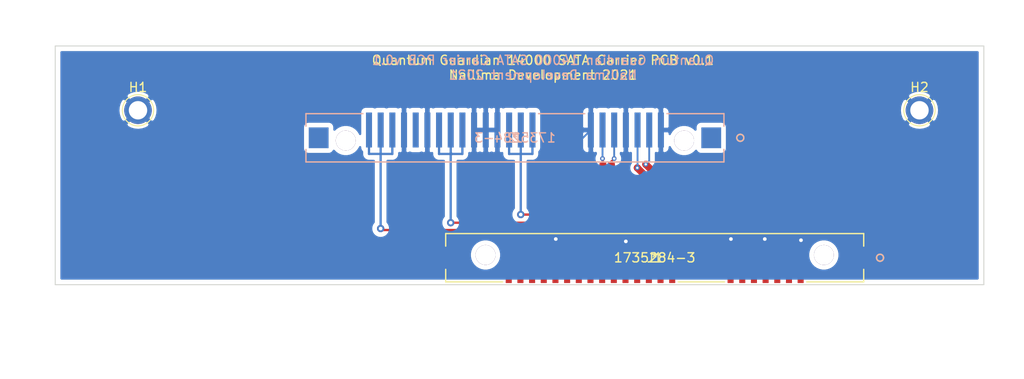
<source format=kicad_pcb>
(kicad_pcb (version 20171130) (host pcbnew "(5.1.9)-1")

  (general
    (thickness 1.6)
    (drawings 6)
    (tracks 164)
    (zones 0)
    (modules 4)
    (nets 15)
  )

  (page A4)
  (layers
    (0 F.Cu signal)
    (31 B.Cu signal)
    (32 B.Adhes user)
    (33 F.Adhes user)
    (34 B.Paste user)
    (35 F.Paste user)
    (36 B.SilkS user)
    (37 F.SilkS user)
    (38 B.Mask user)
    (39 F.Mask user)
    (40 Dwgs.User user)
    (41 Cmts.User user)
    (42 Eco1.User user)
    (43 Eco2.User user)
    (44 Edge.Cuts user)
    (45 Margin user)
    (46 B.CrtYd user)
    (47 F.CrtYd user)
    (48 B.Fab user)
    (49 F.Fab user)
  )

  (setup
    (last_trace_width 0.2)
    (trace_clearance 0.2)
    (zone_clearance 0.508)
    (zone_45_only no)
    (trace_min 0.1524)
    (via_size 0.508)
    (via_drill 0.254)
    (via_min_size 0.4)
    (via_min_drill 0.254)
    (uvia_size 0.3)
    (uvia_drill 0.1)
    (uvias_allowed no)
    (uvia_min_size 0.2)
    (uvia_min_drill 0.1)
    (edge_width 0.05)
    (segment_width 0.2)
    (pcb_text_width 0.3)
    (pcb_text_size 1.5 1.5)
    (mod_edge_width 0.12)
    (mod_text_size 1 1)
    (mod_text_width 0.15)
    (pad_size 3 3)
    (pad_drill 2)
    (pad_to_mask_clearance 0)
    (aux_axis_origin 0 0)
    (visible_elements 7FFFFFFF)
    (pcbplotparams
      (layerselection 0x010fc_ffffffff)
      (usegerberextensions false)
      (usegerberattributes true)
      (usegerberadvancedattributes true)
      (creategerberjobfile true)
      (excludeedgelayer true)
      (linewidth 0.100000)
      (plotframeref false)
      (viasonmask false)
      (mode 1)
      (useauxorigin false)
      (hpglpennumber 1)
      (hpglpenspeed 20)
      (hpglpendiameter 15.000000)
      (psnegative false)
      (psa4output false)
      (plotreference true)
      (plotvalue true)
      (plotinvisibletext false)
      (padsonsilk false)
      (subtractmaskfromsilk false)
      (outputformat 1)
      (mirror false)
      (drillshape 0)
      (scaleselection 1)
      (outputdirectory "New folder/"))
  )

  (net 0 "")
  (net 1 "Net-(J1-Pad18)")
  (net 2 "Net-(J1-Pad24)")
  (net 3 "Net-(J1-Pad23)")
  (net 4 12V)
  (net 5 GND)
  (net 6 5V)
  (net 7 3.3V)
  (net 8 B+)
  (net 9 B-)
  (net 10 A-)
  (net 11 A+)
  (net 12 "Net-(J2-Pad18)")
  (net 13 "Net-(J2-Pad24)")
  (net 14 "Net-(J2-Pad23)")

  (net_class Default "This is the default net class."
    (clearance 0.2)
    (trace_width 0.2)
    (via_dia 0.508)
    (via_drill 0.254)
    (uvia_dia 0.3)
    (uvia_drill 0.1)
    (add_net 12V)
    (add_net 3.3V)
    (add_net 5V)
    (add_net GND)
    (add_net "Net-(J1-Pad18)")
    (add_net "Net-(J1-Pad23)")
    (add_net "Net-(J1-Pad24)")
    (add_net "Net-(J2-Pad18)")
    (add_net "Net-(J2-Pad23)")
    (add_net "Net-(J2-Pad24)")
  )

  (net_class SATA ""
    (clearance 0.1524)
    (trace_width 0.2)
    (via_dia 0.508)
    (via_drill 0.254)
    (uvia_dia 0.3)
    (uvia_drill 0.1)
    (diff_pair_width 0.77)
    (diff_pair_gap 0.1524)
    (add_net A+)
    (add_net A-)
    (add_net B+)
    (add_net B-)
  )

  (module TestPoint:TestPoint_Plated_Hole_D2.0mm (layer F.Cu) (tedit 5A0F774F) (tstamp 606E4DC6)
    (at 274 67)
    (descr "Plated Hole as test Point, diameter 2.0mm")
    (tags "test point plated hole")
    (path /606FD2A2)
    (attr virtual)
    (fp_text reference H2 (at 0 -2.498) (layer F.SilkS)
      (effects (font (size 1 1) (thickness 0.15)))
    )
    (fp_text value MountingHole_Pad (at 0 2.45) (layer F.Fab)
      (effects (font (size 1 1) (thickness 0.15)))
    )
    (fp_text user %R (at 0 -2.5) (layer F.Fab)
      (effects (font (size 1 1) (thickness 0.15)))
    )
    (fp_circle (center 0 0) (end 1.8 0) (layer F.CrtYd) (width 0.05))
    (fp_circle (center 0 0) (end 0 -1.7) (layer F.SilkS) (width 0.12))
    (pad 1 thru_hole circle (at 0 0) (size 3 3) (drill 2) (layers *.Cu *.Mask)
      (net 5 GND))
  )

  (module TestPoint:TestPoint_Plated_Hole_D2.0mm (layer F.Cu) (tedit 5A0F774F) (tstamp 606E4F47)
    (at 189 67)
    (descr "Plated Hole as test Point, diameter 2.0mm")
    (tags "test point plated hole")
    (path /606FC072)
    (attr virtual)
    (fp_text reference H1 (at 0 -2.498) (layer F.SilkS)
      (effects (font (size 1 1) (thickness 0.15)))
    )
    (fp_text value MountingHole_Pad (at 0 2.45) (layer F.Fab)
      (effects (font (size 1 1) (thickness 0.15)))
    )
    (fp_text user %R (at 0 -2.5) (layer F.Fab)
      (effects (font (size 1 1) (thickness 0.15)))
    )
    (fp_circle (center 0 0) (end 1.8 0) (layer F.CrtYd) (width 0.05))
    (fp_circle (center 0 0) (end 0 -1.7) (layer F.SilkS) (width 0.12))
    (pad 1 thru_hole circle (at 0 0) (size 3 3) (drill 2) (layers *.Cu *.Mask)
      (net 5 GND))
  )

  (module 1735284-3:1735284-3 (layer B.Cu) (tedit 0) (tstamp 606E2891)
    (at 230 70 180)
    (path /606DCBC2)
    (fp_text reference J2 (at 0 0) (layer B.SilkS)
      (effects (font (size 1 1) (thickness 0.15)) (justify mirror))
    )
    (fp_text value 1735284-3 (at 0 0) (layer B.SilkS)
      (effects (font (size 1 1) (thickness 0.15)) (justify mirror))
    )
    (fp_text user * (at 0 0) (layer B.Fab)
      (effects (font (size 1 1) (thickness 0.15)) (justify mirror))
    )
    (fp_text user * (at 0 0) (layer B.SilkS)
      (effects (font (size 1 1) (thickness 0.15)) (justify mirror))
    )
    (fp_text user "Copyright 2016 Accelerated Designs. All rights reserved." (at 0 0) (layer Cmts.User)
      (effects (font (size 0.127 0.127) (thickness 0.002)))
    )
    (fp_line (start -22.733 -2.6289) (end 22.733 -2.6289) (layer B.SilkS) (width 0.1524))
    (fp_line (start 22.733 -2.6289) (end 22.733 -1.266685) (layer B.SilkS) (width 0.1524))
    (fp_line (start 22.733 2.6289) (end 16.537915 2.6289) (layer B.SilkS) (width 0.1524))
    (fp_line (start -22.733 2.6289) (end -22.733 1.266685) (layer B.SilkS) (width 0.1524))
    (fp_line (start -22.606 -2.5019) (end 22.606 -2.5019) (layer B.Fab) (width 0.1524))
    (fp_line (start 22.606 -2.5019) (end 22.606 2.5019) (layer B.Fab) (width 0.1524))
    (fp_line (start 22.606 2.5019) (end -22.606 2.5019) (layer B.Fab) (width 0.1524))
    (fp_line (start -22.606 2.5019) (end -22.606 -2.5019) (layer B.Fab) (width 0.1524))
    (fp_line (start -22.733 -1.266685) (end -22.733 -2.6289) (layer B.SilkS) (width 0.1524))
    (fp_line (start 22.733 1.266685) (end 22.733 2.6289) (layer B.SilkS) (width 0.1524))
    (fp_line (start -16.537965 2.6289) (end -22.733 2.6289) (layer B.SilkS) (width 0.1524))
    (fp_line (start -2.567965 2.6289) (end -7.592085 2.6289) (layer B.SilkS) (width 0.1524))
    (fp_line (start -22.86 2.7559) (end -22.86 -2.7559) (layer B.CrtYd) (width 0.1524))
    (fp_line (start -22.86 -2.7559) (end 22.86 -2.7559) (layer B.CrtYd) (width 0.1524))
    (fp_line (start 22.86 -2.7559) (end 22.86 2.7559) (layer B.CrtYd) (width 0.1524))
    (fp_line (start 22.86 2.7559) (end -22.86 2.7559) (layer B.CrtYd) (width 0.1524))
    (fp_circle (center -21.349996 1.905) (end -20.968996 1.905) (layer B.Fab) (width 0.1524))
    (fp_circle (center -24.511 0) (end -24.13 0) (layer B.SilkS) (width 0.1524))
    (fp_circle (center -24.511 0) (end -24.13 0) (layer F.SilkS) (width 0.1524))
    (pad 26 thru_hole circle (at 18.400001 -0.299999 90) (size 2.159 2.159) (drill 2.159) (layers *.Cu *.Mask))
    (pad 25 thru_hole circle (at -18.400001 -0.299999 90) (size 2.159 2.159) (drill 2.159) (layers *.Cu *.Mask))
    (pad 22 smd rect (at 15.874975 0.850001 90) (size 3.81 0.6604) (layers B.Cu B.Paste B.Mask)
      (net 4 12V))
    (pad 21 smd rect (at 14.604975 0.850001 90) (size 3.81 0.6604) (layers B.Cu B.Paste B.Mask)
      (net 4 12V))
    (pad 20 smd rect (at 13.334975 0.850001 90) (size 3.81 0.6604) (layers B.Cu B.Paste B.Mask)
      (net 4 12V))
    (pad 19 smd rect (at 12.064975 0.850001 90) (size 3.81 0.6604) (layers B.Cu B.Paste B.Mask)
      (net 5 GND))
    (pad 18 smd rect (at 10.794975 0.850001 90) (size 3.81 0.6604) (layers B.Cu B.Paste B.Mask)
      (net 12 "Net-(J2-Pad18)"))
    (pad 17 smd rect (at 9.524975 0.850001 90) (size 3.81 0.6604) (layers B.Cu B.Paste B.Mask)
      (net 5 GND))
    (pad 16 smd rect (at 8.254975 0.850001 90) (size 3.81 0.6604) (layers B.Cu B.Paste B.Mask)
      (net 6 5V))
    (pad 15 smd rect (at 6.984975 0.850001 90) (size 3.81 0.6604) (layers B.Cu B.Paste B.Mask)
      (net 6 5V))
    (pad 14 smd rect (at 5.714975 0.850001 90) (size 3.81 0.6604) (layers B.Cu B.Paste B.Mask)
      (net 6 5V))
    (pad 13 smd rect (at 4.444975 0.850001 90) (size 3.81 0.6604) (layers B.Cu B.Paste B.Mask)
      (net 5 GND))
    (pad 12 smd rect (at 3.174975 0.850001 90) (size 3.81 0.6604) (layers B.Cu B.Paste B.Mask)
      (net 5 GND))
    (pad 11 smd rect (at 1.904975 0.850001 90) (size 3.81 0.6604) (layers B.Cu B.Paste B.Mask)
      (net 5 GND))
    (pad 10 smd rect (at 0.634975 0.850001 90) (size 3.81 0.6604) (layers B.Cu B.Paste B.Mask)
      (net 7 3.3V))
    (pad 9 smd rect (at -0.635025 0.850001 90) (size 3.81 0.6604) (layers B.Cu B.Paste B.Mask)
      (net 7 3.3V))
    (pad 8 smd rect (at -1.905025 0.850001 90) (size 3.81 0.6604) (layers B.Cu B.Paste B.Mask)
      (net 7 3.3V))
    (pad 7 smd rect (at -8.255025 0.850001 90) (size 3.81 0.6604) (layers B.Cu B.Paste B.Mask)
      (net 5 GND))
    (pad 6 smd rect (at -9.525025 0.850001 90) (size 3.81 0.6604) (layers B.Cu B.Paste B.Mask)
      (net 8 B+))
    (pad 5 smd rect (at -10.795025 0.850001 90) (size 3.81 0.6604) (layers B.Cu B.Paste B.Mask)
      (net 9 B-))
    (pad 4 smd rect (at -12.065025 0.850001 90) (size 3.81 0.6604) (layers B.Cu B.Paste B.Mask)
      (net 5 GND))
    (pad 3 smd rect (at -13.335025 0.850001 90) (size 3.81 0.6604) (layers B.Cu B.Paste B.Mask)
      (net 10 A-))
    (pad 2 smd rect (at -14.605025 0.850001 90) (size 3.81 0.6604) (layers B.Cu B.Paste B.Mask)
      (net 11 A+))
    (pad 1 smd rect (at -15.875025 0.850001 90) (size 3.81 0.6604) (layers B.Cu B.Paste B.Mask)
      (net 5 GND))
    (pad 24 smd rect (at 21.349995 0 180) (size 2.159 2.2606) (layers B.Cu B.Paste B.Mask)
      (net 13 "Net-(J2-Pad24)"))
    (pad 23 smd rect (at -21.349995 0 180) (size 2.159 2.2606) (layers B.Cu B.Paste B.Mask)
      (net 14 "Net-(J2-Pad23)"))
    (model ${KIPRJMOD}/Libraries/1735284-3.stp
      (offset (xyz 0 0 6.65))
      (scale (xyz 1 1 1))
      (rotate (xyz 0 0 180))
    )
  )

  (module 1735284-3:1735284-3 (layer F.Cu) (tedit 0) (tstamp 606D5CCE)
    (at 245.2 83.0625 180)
    (path /606D6DD2)
    (fp_text reference J1 (at 0 0) (layer F.SilkS)
      (effects (font (size 1 1) (thickness 0.15)))
    )
    (fp_text value 1735284-3 (at 0 0) (layer F.SilkS)
      (effects (font (size 1 1) (thickness 0.15)))
    )
    (fp_circle (center -24.511 0) (end -24.13 0) (layer B.SilkS) (width 0.1524))
    (fp_circle (center -24.511 0) (end -24.13 0) (layer F.SilkS) (width 0.1524))
    (fp_circle (center -21.349996 -1.905) (end -20.968996 -1.905) (layer F.Fab) (width 0.1524))
    (fp_line (start 22.86 -2.7559) (end -22.86 -2.7559) (layer F.CrtYd) (width 0.1524))
    (fp_line (start 22.86 2.7559) (end 22.86 -2.7559) (layer F.CrtYd) (width 0.1524))
    (fp_line (start -22.86 2.7559) (end 22.86 2.7559) (layer F.CrtYd) (width 0.1524))
    (fp_line (start -22.86 -2.7559) (end -22.86 2.7559) (layer F.CrtYd) (width 0.1524))
    (fp_line (start -2.567965 -2.6289) (end -7.592085 -2.6289) (layer F.SilkS) (width 0.1524))
    (fp_line (start -16.537965 -2.6289) (end -22.733 -2.6289) (layer F.SilkS) (width 0.1524))
    (fp_line (start 22.733 -1.266685) (end 22.733 -2.6289) (layer F.SilkS) (width 0.1524))
    (fp_line (start -22.733 1.266685) (end -22.733 2.6289) (layer F.SilkS) (width 0.1524))
    (fp_line (start -22.606 -2.5019) (end -22.606 2.5019) (layer F.Fab) (width 0.1524))
    (fp_line (start 22.606 -2.5019) (end -22.606 -2.5019) (layer F.Fab) (width 0.1524))
    (fp_line (start 22.606 2.5019) (end 22.606 -2.5019) (layer F.Fab) (width 0.1524))
    (fp_line (start -22.606 2.5019) (end 22.606 2.5019) (layer F.Fab) (width 0.1524))
    (fp_line (start -22.733 -2.6289) (end -22.733 -1.266685) (layer F.SilkS) (width 0.1524))
    (fp_line (start 22.733 -2.6289) (end 16.537915 -2.6289) (layer F.SilkS) (width 0.1524))
    (fp_line (start 22.733 2.6289) (end 22.733 1.266685) (layer F.SilkS) (width 0.1524))
    (fp_line (start -22.733 2.6289) (end 22.733 2.6289) (layer F.SilkS) (width 0.1524))
    (fp_text user * (at 0 0) (layer F.Fab)
      (effects (font (size 1 1) (thickness 0.15)))
    )
    (fp_text user * (at 0 0) (layer F.SilkS)
      (effects (font (size 1 1) (thickness 0.15)))
    )
    (fp_text user "Copyright 2016 Accelerated Designs. All rights reserved." (at 0 0) (layer Cmts.User)
      (effects (font (size 0.127 0.127) (thickness 0.002)))
    )
    (pad 26 thru_hole circle (at 18.400001 0.299999 270) (size 2.159 2.159) (drill 2.159) (layers *.Cu *.Mask))
    (pad 25 thru_hole circle (at -18.400001 0.299999 270) (size 2.159 2.159) (drill 2.159) (layers *.Cu *.Mask))
    (pad 22 smd rect (at 15.874975 -0.850001 270) (size 3.81 0.6604) (layers F.Cu F.Paste F.Mask)
      (net 4 12V))
    (pad 21 smd rect (at 14.604975 -0.850001 270) (size 3.81 0.6604) (layers F.Cu F.Paste F.Mask)
      (net 4 12V))
    (pad 20 smd rect (at 13.334975 -0.850001 270) (size 3.81 0.6604) (layers F.Cu F.Paste F.Mask)
      (net 4 12V))
    (pad 19 smd rect (at 12.064975 -0.850001 270) (size 3.81 0.6604) (layers F.Cu F.Paste F.Mask)
      (net 5 GND))
    (pad 18 smd rect (at 10.794975 -0.850001 270) (size 3.81 0.6604) (layers F.Cu F.Paste F.Mask)
      (net 1 "Net-(J1-Pad18)"))
    (pad 17 smd rect (at 9.524975 -0.850001 270) (size 3.81 0.6604) (layers F.Cu F.Paste F.Mask)
      (net 5 GND))
    (pad 16 smd rect (at 8.254975 -0.850001 270) (size 3.81 0.6604) (layers F.Cu F.Paste F.Mask)
      (net 6 5V))
    (pad 15 smd rect (at 6.984975 -0.850001 270) (size 3.81 0.6604) (layers F.Cu F.Paste F.Mask)
      (net 6 5V))
    (pad 14 smd rect (at 5.714975 -0.850001 270) (size 3.81 0.6604) (layers F.Cu F.Paste F.Mask)
      (net 6 5V))
    (pad 13 smd rect (at 4.444975 -0.850001 270) (size 3.81 0.6604) (layers F.Cu F.Paste F.Mask)
      (net 5 GND))
    (pad 12 smd rect (at 3.174975 -0.850001 270) (size 3.81 0.6604) (layers F.Cu F.Paste F.Mask)
      (net 5 GND))
    (pad 11 smd rect (at 1.904975 -0.850001 270) (size 3.81 0.6604) (layers F.Cu F.Paste F.Mask)
      (net 5 GND))
    (pad 10 smd rect (at 0.634975 -0.850001 270) (size 3.81 0.6604) (layers F.Cu F.Paste F.Mask)
      (net 7 3.3V))
    (pad 9 smd rect (at -0.635025 -0.850001 270) (size 3.81 0.6604) (layers F.Cu F.Paste F.Mask)
      (net 7 3.3V))
    (pad 8 smd rect (at -1.905025 -0.850001 270) (size 3.81 0.6604) (layers F.Cu F.Paste F.Mask)
      (net 7 3.3V))
    (pad 7 smd rect (at -8.255025 -0.850001 270) (size 3.81 0.6604) (layers F.Cu F.Paste F.Mask)
      (net 5 GND))
    (pad 6 smd rect (at -9.525025 -0.850001 270) (size 3.81 0.6604) (layers F.Cu F.Paste F.Mask)
      (net 8 B+))
    (pad 5 smd rect (at -10.795025 -0.850001 270) (size 3.81 0.6604) (layers F.Cu F.Paste F.Mask)
      (net 9 B-))
    (pad 4 smd rect (at -12.065025 -0.850001 270) (size 3.81 0.6604) (layers F.Cu F.Paste F.Mask)
      (net 5 GND))
    (pad 3 smd rect (at -13.335025 -0.850001 270) (size 3.81 0.6604) (layers F.Cu F.Paste F.Mask)
      (net 10 A-))
    (pad 2 smd rect (at -14.605025 -0.850001 270) (size 3.81 0.6604) (layers F.Cu F.Paste F.Mask)
      (net 11 A+))
    (pad 1 smd rect (at -15.875025 -0.850001 270) (size 3.81 0.6604) (layers F.Cu F.Paste F.Mask)
      (net 5 GND))
    (pad 24 smd rect (at 21.349995 0 180) (size 2.159 2.2606) (layers F.Cu F.Paste F.Mask)
      (net 2 "Net-(J1-Pad24)"))
    (pad 23 smd rect (at -21.349995 0 180) (size 2.159 2.2606) (layers F.Cu F.Paste F.Mask)
      (net 3 "Net-(J1-Pad23)"))
    (model ${KIPRJMOD}/Libraries/1735284-3.stp
      (offset (xyz 0 0 6.65))
      (scale (xyz 1 1 1))
      (rotate (xyz 0 0 180))
    )
  )

  (gr_text "Quantum Guardian 14000 SATA Carrier PCB v0.1\nNailima Development 2021" (at 233.045 62.357) (layer B.SilkS) (tstamp 606E4B25)
    (effects (font (size 1 1) (thickness 0.15)) (justify mirror))
  )
  (gr_text "Quantum Guardian 14000 SATA Carrier PCB v0.1\nNailima Development 2021" (at 233.045 62.357) (layer F.SilkS)
    (effects (font (size 1 1) (thickness 0.15)))
  )
  (gr_line (start 180 60) (end 281 60) (layer Edge.Cuts) (width 0.1))
  (gr_line (start 180 86) (end 180 60) (layer Edge.Cuts) (width 0.1))
  (gr_line (start 180 86) (end 281 86) (layer Edge.Cuts) (width 0.1))
  (gr_line (start 281 60) (end 281 86) (layer Edge.Cuts) (width 0.1))

  (segment (start 229.325025 83.912501) (end 229.325025 80.046975) (width 0.25) (layer F.Cu) (net 4))
  (segment (start 230.595025 83.912501) (end 230.595025 80.046975) (width 0.25) (layer F.Cu) (net 4))
  (segment (start 231.865025 83.912501) (end 231.865025 80.046975) (width 0.25) (layer F.Cu) (net 4))
  (segment (start 231.865025 80.046975) (end 230.595025 80.046975) (width 0.25) (layer F.Cu) (net 4))
  (segment (start 229.325025 80.046975) (end 230.595025 80.046975) (width 0.25) (layer F.Cu) (net 4))
  (via (at 215.392 79.883) (size 0.8) (drill 0.4) (layers F.Cu B.Cu) (net 4))
  (segment (start 215.555975 80.046975) (end 215.392 79.883) (width 0.25) (layer F.Cu) (net 4))
  (segment (start 229.325025 80.046975) (end 215.555975 80.046975) (width 0.25) (layer F.Cu) (net 4))
  (segment (start 215.392 79.883) (end 215.392 71.755) (width 0.25) (layer B.Cu) (net 4))
  (segment (start 215.392 71.755) (end 216.662 71.755) (width 0.25) (layer B.Cu) (net 4))
  (segment (start 216.662 69.153024) (end 216.665025 69.149999) (width 0.25) (layer B.Cu) (net 4))
  (segment (start 216.662 71.755) (end 216.662 69.153024) (width 0.25) (layer B.Cu) (net 4))
  (segment (start 215.395025 71.751975) (end 215.392 71.755) (width 0.25) (layer B.Cu) (net 4))
  (segment (start 215.395025 69.149999) (end 215.395025 71.751975) (width 0.25) (layer B.Cu) (net 4))
  (segment (start 214.125025 69.149999) (end 214.125025 71.751975) (width 0.25) (layer B.Cu) (net 4))
  (segment (start 214.125025 71.751975) (end 215.395025 71.751975) (width 0.25) (layer B.Cu) (net 4))
  (segment (start 217.935025 69.149999) (end 217.935025 66.424025) (width 0.25) (layer B.Cu) (net 5))
  (segment (start 217.935025 66.424025) (end 217.93805 66.421) (width 0.25) (layer B.Cu) (net 5))
  (segment (start 245.875025 66.994999) (end 245.875025 69.149999) (width 0.25) (layer B.Cu) (net 5))
  (segment (start 242.065025 66.424025) (end 242.062 66.421) (width 0.25) (layer B.Cu) (net 5))
  (segment (start 242.065025 69.149999) (end 242.065025 66.424025) (width 0.25) (layer B.Cu) (net 5))
  (segment (start 238.255025 66.424025) (end 238.252 66.421) (width 0.25) (layer B.Cu) (net 5))
  (segment (start 238.255025 69.149999) (end 238.255025 66.424025) (width 0.25) (layer B.Cu) (net 5))
  (segment (start 238.252 66.421) (end 242.062 66.421) (width 0.25) (layer B.Cu) (net 5))
  (segment (start 220.475025 66.424025) (end 220.472 66.421) (width 0.25) (layer B.Cu) (net 5))
  (segment (start 220.475025 69.149999) (end 220.475025 66.424025) (width 0.25) (layer B.Cu) (net 5))
  (segment (start 217.93805 66.421) (end 220.472 66.421) (width 0.25) (layer B.Cu) (net 5))
  (segment (start 225.555025 66.424025) (end 225.552 66.421) (width 0.25) (layer B.Cu) (net 5))
  (segment (start 225.555025 69.149999) (end 225.555025 66.424025) (width 0.25) (layer B.Cu) (net 5))
  (segment (start 220.472 66.421) (end 225.552 66.421) (width 0.25) (layer B.Cu) (net 5))
  (segment (start 226.825025 66.424025) (end 226.822 66.421) (width 0.25) (layer B.Cu) (net 5))
  (segment (start 226.825025 69.149999) (end 226.825025 66.424025) (width 0.25) (layer B.Cu) (net 5))
  (segment (start 225.552 66.421) (end 226.822 66.421) (width 0.25) (layer B.Cu) (net 5))
  (segment (start 228.095025 66.424025) (end 228.092 66.421) (width 0.25) (layer B.Cu) (net 5))
  (segment (start 228.095025 69.149999) (end 228.095025 66.424025) (width 0.25) (layer B.Cu) (net 5))
  (segment (start 228.092 66.421) (end 238.252 66.421) (width 0.25) (layer B.Cu) (net 5))
  (segment (start 226.822 66.421) (end 228.092 66.421) (width 0.25) (layer B.Cu) (net 5))
  (segment (start 235.675025 83.912501) (end 235.675025 82.386025) (width 0.25) (layer F.Cu) (net 5))
  (segment (start 235.675025 81.497025) (end 235.675025 83.912501) (width 0.25) (layer F.Cu) (net 5))
  (segment (start 235.204 81.026) (end 235.675025 81.497025) (width 0.25) (layer F.Cu) (net 5))
  (segment (start 233.553 81.026) (end 234.442 81.026) (width 0.25) (layer F.Cu) (net 5))
  (segment (start 233.135025 81.443975) (end 233.553 81.026) (width 0.25) (layer F.Cu) (net 5))
  (segment (start 233.135025 83.912501) (end 233.135025 81.443975) (width 0.25) (layer F.Cu) (net 5))
  (segment (start 234.442 81.026) (end 235.204 81.026) (width 0.25) (layer F.Cu) (net 5) (tstamp 606E351F))
  (via (at 234.442 81.026) (size 0.8) (drill 0.4) (layers F.Cu B.Cu) (net 5))
  (segment (start 234.442 81.026) (end 234.442 80.518) (width 0.25) (layer B.Cu) (net 5))
  (segment (start 240.755025 83.912501) (end 240.755025 81.570975) (width 0.25) (layer F.Cu) (net 5))
  (segment (start 243.295025 83.912501) (end 243.295025 81.570975) (width 0.25) (layer F.Cu) (net 5))
  (segment (start 243.295025 81.570975) (end 243.00405 81.28) (width 0.25) (layer F.Cu) (net 5))
  (segment (start 241.046 81.28) (end 240.755025 81.570975) (width 0.25) (layer F.Cu) (net 5))
  (segment (start 242.025025 81.316975) (end 242.062 81.28) (width 0.25) (layer F.Cu) (net 5))
  (segment (start 242.025025 83.912501) (end 242.025025 81.316975) (width 0.25) (layer F.Cu) (net 5))
  (segment (start 242.062 81.28) (end 241.046 81.28) (width 0.25) (layer F.Cu) (net 5))
  (segment (start 243.00405 81.28) (end 242.062 81.28) (width 0.25) (layer F.Cu) (net 5))
  (segment (start 242.062 81.28) (end 242.062 81.28) (width 0.25) (layer F.Cu) (net 5) (tstamp 606E3521))
  (via (at 242.062 81.28) (size 0.8) (drill 0.4) (layers F.Cu B.Cu) (net 5))
  (segment (start 242.062 81.28) (end 242.062 80.645) (width 0.25) (layer B.Cu) (net 5))
  (via (at 253.492 81.026) (size 0.8) (drill 0.4) (layers F.Cu B.Cu) (net 5))
  (segment (start 253.455025 81.062975) (end 253.492 81.026) (width 0.25) (layer F.Cu) (net 5))
  (segment (start 253.455025 83.912501) (end 253.455025 81.062975) (width 0.25) (layer F.Cu) (net 5))
  (via (at 257.175 81.026) (size 0.8) (drill 0.4) (layers F.Cu B.Cu) (net 5))
  (segment (start 257.265025 81.116025) (end 257.175 81.026) (width 0.25) (layer F.Cu) (net 5))
  (segment (start 257.265025 83.912501) (end 257.265025 81.116025) (width 0.25) (layer F.Cu) (net 5))
  (via (at 261.112 81.153) (size 0.8) (drill 0.4) (layers F.Cu B.Cu) (net 5))
  (segment (start 261.075025 81.189975) (end 261.112 81.153) (width 0.25) (layer F.Cu) (net 5))
  (segment (start 261.075025 83.912501) (end 261.075025 81.189975) (width 0.25) (layer F.Cu) (net 5))
  (segment (start 257.302 81.153) (end 257.175 81.026) (width 0.25) (layer B.Cu) (net 5))
  (segment (start 261.112 81.153) (end 257.302 81.153) (width 0.25) (layer B.Cu) (net 5))
  (segment (start 253.492 81.026) (end 257.175 81.026) (width 0.25) (layer B.Cu) (net 5))
  (segment (start 245.301026 66.421) (end 245.875025 66.994999) (width 0.25) (layer B.Cu) (net 5))
  (segment (start 242.062 66.421) (end 245.301026 66.421) (width 0.25) (layer B.Cu) (net 5))
  (segment (start 257.175 81.026) (end 257.175 79.883) (width 0.2) (layer B.Cu) (net 5))
  (segment (start 234.442 72.963024) (end 238.255025 69.149999) (width 0.2) (layer B.Cu) (net 5))
  (segment (start 242.062 80.645) (end 242.062 79.248) (width 0.2) (layer B.Cu) (net 5))
  (segment (start 237.998 75.184) (end 234.442 75.184) (width 0.2) (layer B.Cu) (net 5))
  (segment (start 242.062 79.248) (end 237.998 75.184) (width 0.2) (layer B.Cu) (net 5))
  (segment (start 234.442 75.184) (end 234.442 72.963024) (width 0.2) (layer B.Cu) (net 5))
  (segment (start 234.442 81.026) (end 234.442 75.184) (width 0.2) (layer B.Cu) (net 5))
  (segment (start 242.316 81.026) (end 242.062 81.28) (width 0.2) (layer B.Cu) (net 5))
  (segment (start 253.492 81.026) (end 242.316 81.026) (width 0.2) (layer B.Cu) (net 5))
  (segment (start 221.745025 69.149999) (end 221.745025 71.751975) (width 0.25) (layer B.Cu) (net 6))
  (segment (start 221.745025 71.751975) (end 221.74805 71.755) (width 0.25) (layer B.Cu) (net 6))
  (segment (start 224.282 69.153024) (end 224.285025 69.149999) (width 0.25) (layer B.Cu) (net 6))
  (segment (start 224.282 71.755) (end 224.282 69.153024) (width 0.25) (layer B.Cu) (net 6))
  (segment (start 223.015025 71.631025) (end 223.139 71.755) (width 0.25) (layer B.Cu) (net 6))
  (segment (start 223.015025 69.149999) (end 223.015025 71.631025) (width 0.25) (layer B.Cu) (net 6))
  (segment (start 223.139 71.755) (end 224.282 71.755) (width 0.25) (layer B.Cu) (net 6))
  (via (at 223.012 79.248) (size 0.8) (drill 0.4) (layers F.Cu B.Cu) (net 6))
  (segment (start 223.012 71.755) (end 223.012 79.248) (width 0.25) (layer B.Cu) (net 6))
  (segment (start 221.74805 71.755) (end 223.012 71.755) (width 0.25) (layer B.Cu) (net 6))
  (segment (start 223.012 71.755) (end 223.139 71.755) (width 0.25) (layer B.Cu) (net 6))
  (segment (start 238.252 83.875526) (end 238.215025 83.912501) (width 0.25) (layer F.Cu) (net 6))
  (segment (start 223.012 79.248) (end 238.252 79.248) (width 0.25) (layer F.Cu) (net 6))
  (segment (start 239.485025 83.912501) (end 239.485025 81.189975) (width 0.25) (layer F.Cu) (net 6))
  (segment (start 239.44805 81.153) (end 238.252 81.153) (width 0.25) (layer F.Cu) (net 6))
  (segment (start 238.252 81.153) (end 238.252 83.875526) (width 0.25) (layer F.Cu) (net 6))
  (segment (start 239.485025 81.189975) (end 239.44805 81.153) (width 0.25) (layer F.Cu) (net 6))
  (segment (start 238.252 79.248) (end 238.252 81.153) (width 0.25) (layer F.Cu) (net 6))
  (segment (start 236.945025 83.912501) (end 236.945025 81.189975) (width 0.25) (layer F.Cu) (net 6))
  (segment (start 236.982 81.153) (end 238.252 81.153) (width 0.25) (layer F.Cu) (net 6))
  (segment (start 236.945025 81.189975) (end 236.982 81.153) (width 0.25) (layer F.Cu) (net 6))
  (segment (start 229.365025 69.149999) (end 229.365025 71.751975) (width 0.25) (layer B.Cu) (net 7))
  (segment (start 229.365025 71.751975) (end 229.36805 71.755) (width 0.25) (layer B.Cu) (net 7))
  (segment (start 231.902 69.153024) (end 231.905025 69.149999) (width 0.25) (layer B.Cu) (net 7))
  (segment (start 231.902 71.755) (end 231.902 69.153024) (width 0.25) (layer B.Cu) (net 7))
  (segment (start 230.635025 71.751975) (end 230.632 71.755) (width 0.25) (layer B.Cu) (net 7))
  (segment (start 230.635025 69.149999) (end 230.635025 71.751975) (width 0.25) (layer B.Cu) (net 7))
  (segment (start 230.632 71.755) (end 231.902 71.755) (width 0.25) (layer B.Cu) (net 7))
  (segment (start 229.36805 71.755) (end 230.632 71.755) (width 0.25) (layer B.Cu) (net 7))
  (segment (start 230.632 71.755) (end 230.632 78.359) (width 0.25) (layer B.Cu) (net 7))
  (via (at 230.632 78.359) (size 0.8) (drill 0.4) (layers F.Cu B.Cu) (net 7))
  (segment (start 230.632 78.359) (end 245.872 78.359) (width 0.25) (layer F.Cu) (net 7))
  (segment (start 245.872 83.875526) (end 245.835025 83.912501) (width 0.25) (layer F.Cu) (net 7))
  (segment (start 244.729 81.153) (end 245.872 81.153) (width 0.25) (layer F.Cu) (net 7))
  (segment (start 245.872 81.153) (end 245.872 83.875526) (width 0.25) (layer F.Cu) (net 7))
  (segment (start 245.872 78.359) (end 245.872 81.153) (width 0.25) (layer F.Cu) (net 7))
  (segment (start 247.105025 83.912501) (end 247.105025 81.189975) (width 0.25) (layer F.Cu) (net 7))
  (segment (start 247.06805 81.153) (end 245.872 81.153) (width 0.25) (layer F.Cu) (net 7))
  (segment (start 247.105025 81.189975) (end 247.06805 81.153) (width 0.25) (layer F.Cu) (net 7))
  (segment (start 244.565025 81.316975) (end 244.729 81.153) (width 0.25) (layer F.Cu) (net 7))
  (segment (start 244.565025 83.912501) (end 244.565025 81.316975) (width 0.25) (layer F.Cu) (net 7))
  (segment (start 239.525025 69.969999) (end 239.525025 69.149999) (width 0.2) (layer B.Cu) (net 8))
  (segment (start 254.725025 83.912501) (end 254.725025 79.919975) (width 0.2) (layer F.Cu) (net 8))
  (via (at 239.522 72.263) (size 0.508) (drill 0.254) (layers F.Cu B.Cu) (net 8))
  (segment (start 239.525025 72.259975) (end 239.522 72.263) (width 0.2) (layer B.Cu) (net 8))
  (segment (start 239.525025 69.149999) (end 239.525025 72.259975) (width 0.2) (layer B.Cu) (net 8))
  (segment (start 239.522 72.8512) (end 239.5688 72.898) (width 0.2) (layer F.Cu) (net 8))
  (segment (start 239.522 72.263) (end 239.522 72.8512) (width 0.2) (layer F.Cu) (net 8))
  (segment (start 254.725025 78.720261) (end 254.725025 79.919975) (width 0.77) (layer F.Cu) (net 8))
  (segment (start 252.665964 76.6612) (end 254.725025 78.720261) (width 0.77) (layer F.Cu) (net 8))
  (segment (start 240.854964 76.6612) (end 252.665964 76.6612) (width 0.77) (layer F.Cu) (net 8))
  (segment (start 239.5688 75.375036) (end 240.854964 76.6612) (width 0.77) (layer F.Cu) (net 8))
  (segment (start 239.5688 72.898) (end 239.5688 75.375036) (width 0.77) (layer F.Cu) (net 8))
  (segment (start 255.995025 83.912501) (end 255.995025 79.919975) (width 0.2) (layer F.Cu) (net 9))
  (via (at 240.792 72.263) (size 0.508) (drill 0.254) (layers F.Cu B.Cu) (net 9))
  (segment (start 240.795025 72.259975) (end 240.792 72.263) (width 0.2) (layer B.Cu) (net 9))
  (segment (start 240.795025 69.149999) (end 240.795025 72.259975) (width 0.2) (layer B.Cu) (net 9))
  (segment (start 240.4912 72.5638) (end 240.4912 72.898) (width 0.2) (layer F.Cu) (net 9))
  (segment (start 240.792 72.263) (end 240.4912 72.5638) (width 0.2) (layer F.Cu) (net 9))
  (segment (start 255.995025 78.685789) (end 255.995025 79.919975) (width 0.77) (layer F.Cu) (net 9))
  (segment (start 253.048036 75.7388) (end 255.995025 78.685789) (width 0.77) (layer F.Cu) (net 9))
  (segment (start 241.237036 75.7388) (end 253.048036 75.7388) (width 0.77) (layer F.Cu) (net 9))
  (segment (start 240.4912 74.992964) (end 241.237036 75.7388) (width 0.77) (layer F.Cu) (net 9))
  (segment (start 240.4912 72.898) (end 240.4912 74.992964) (width 0.77) (layer F.Cu) (net 9))
  (segment (start 258.535025 83.912501) (end 258.535025 80.173975) (width 0.2) (layer F.Cu) (net 10))
  (segment (start 243.328772 73.293008) (end 243.307079 73.271315) (width 0.77) (layer F.Cu) (net 10))
  (segment (start 244.537964 74.5022) (end 243.328772 73.293008) (width 0.77) (layer F.Cu) (net 10))
  (segment (start 256.094964 74.5022) (end 244.537964 74.5022) (width 0.77) (layer F.Cu) (net 10))
  (segment (start 258.535025 76.942261) (end 256.094964 74.5022) (width 0.77) (layer F.Cu) (net 10))
  (segment (start 258.535025 80.173975) (end 258.535025 76.942261) (width 0.77) (layer F.Cu) (net 10))
  (segment (start 243.307079 73.271315) (end 243.307079 73.271315) (width 0.77) (layer F.Cu) (net 10) (tstamp 606E49CF))
  (via (at 243.307079 73.271315) (size 0.508) (drill 0.254) (layers F.Cu B.Cu) (net 10))
  (segment (start 243.335025 73.243369) (end 243.307079 73.271315) (width 0.2) (layer B.Cu) (net 10))
  (segment (start 243.335025 69.149999) (end 243.335025 73.243369) (width 0.2) (layer B.Cu) (net 10))
  (segment (start 259.805025 83.912501) (end 259.805025 80.173975) (width 0.2) (layer F.Cu) (net 11))
  (segment (start 244.251172 72.910936) (end 244.229479 72.889243) (width 0.77) (layer F.Cu) (net 11))
  (segment (start 244.920036 73.5798) (end 244.251172 72.910936) (width 0.77) (layer F.Cu) (net 11))
  (segment (start 256.477036 73.5798) (end 244.920036 73.5798) (width 0.77) (layer F.Cu) (net 11))
  (segment (start 259.805025 76.907789) (end 256.477036 73.5798) (width 0.77) (layer F.Cu) (net 11))
  (segment (start 259.805025 80.173975) (end 259.805025 76.907789) (width 0.77) (layer F.Cu) (net 11))
  (segment (start 244.229479 72.889243) (end 244.229479 72.889243) (width 0.77) (layer F.Cu) (net 11) (tstamp 606E49D1))
  (via (at 244.229479 72.889243) (size 0.508) (drill 0.254) (layers F.Cu B.Cu) (net 11))
  (segment (start 244.605025 72.513697) (end 244.229479 72.889243) (width 0.2) (layer B.Cu) (net 11))
  (segment (start 244.605025 69.149999) (end 244.605025 72.513697) (width 0.2) (layer B.Cu) (net 11))

  (zone (net 5) (net_name GND) (layer B.Cu) (tstamp 606E5194) (hatch edge 0.508)
    (connect_pads (clearance 0.508))
    (min_thickness 0.254)
    (fill yes (arc_segments 32) (thermal_gap 0.508) (thermal_bridge_width 0.508))
    (polygon
      (pts
        (xy 285.369 96.266) (xy 173.99 91.44) (xy 174.879 56.007) (xy 285.115 54.991)
      )
    )
    (filled_polygon
      (pts
        (xy 280.315001 85.315) (xy 180.685 85.315) (xy 180.685 82.593637) (xy 225.085499 82.593637) (xy 225.085499 82.931365)
        (xy 225.151386 83.262602) (xy 225.280629 83.574621) (xy 225.46826 83.855431) (xy 225.707069 84.09424) (xy 225.987879 84.281871)
        (xy 226.299898 84.411114) (xy 226.631135 84.477001) (xy 226.968863 84.477001) (xy 227.3001 84.411114) (xy 227.612119 84.281871)
        (xy 227.892929 84.09424) (xy 228.131738 83.855431) (xy 228.319369 83.574621) (xy 228.448612 83.262602) (xy 228.514499 82.931365)
        (xy 228.514499 82.593637) (xy 261.885501 82.593637) (xy 261.885501 82.931365) (xy 261.951388 83.262602) (xy 262.080631 83.574621)
        (xy 262.268262 83.855431) (xy 262.507071 84.09424) (xy 262.787881 84.281871) (xy 263.0999 84.411114) (xy 263.431137 84.477001)
        (xy 263.768865 84.477001) (xy 264.100102 84.411114) (xy 264.412121 84.281871) (xy 264.692931 84.09424) (xy 264.93174 83.855431)
        (xy 265.119371 83.574621) (xy 265.248614 83.262602) (xy 265.314501 82.931365) (xy 265.314501 82.593637) (xy 265.248614 82.2624)
        (xy 265.119371 81.950381) (xy 264.93174 81.669571) (xy 264.692931 81.430762) (xy 264.412121 81.243131) (xy 264.100102 81.113888)
        (xy 263.768865 81.048001) (xy 263.431137 81.048001) (xy 263.0999 81.113888) (xy 262.787881 81.243131) (xy 262.507071 81.430762)
        (xy 262.268262 81.669571) (xy 262.080631 81.950381) (xy 261.951388 82.2624) (xy 261.885501 82.593637) (xy 228.514499 82.593637)
        (xy 228.448612 82.2624) (xy 228.319369 81.950381) (xy 228.131738 81.669571) (xy 227.892929 81.430762) (xy 227.612119 81.243131)
        (xy 227.3001 81.113888) (xy 226.968863 81.048001) (xy 226.631135 81.048001) (xy 226.299898 81.113888) (xy 225.987879 81.243131)
        (xy 225.707069 81.430762) (xy 225.46826 81.669571) (xy 225.280629 81.950381) (xy 225.151386 82.2624) (xy 225.085499 82.593637)
        (xy 180.685 82.593637) (xy 180.685 68.491653) (xy 187.687952 68.491653) (xy 187.843962 68.807214) (xy 188.218745 68.99802)
        (xy 188.623551 69.112044) (xy 189.042824 69.144902) (xy 189.460451 69.095334) (xy 189.860383 68.965243) (xy 190.039133 68.8697)
        (xy 206.932433 68.8697) (xy 206.932433 71.1303) (xy 206.944693 71.254782) (xy 206.981003 71.37448) (xy 207.039968 71.484794)
        (xy 207.11932 71.581485) (xy 207.216011 71.660837) (xy 207.326325 71.719802) (xy 207.446023 71.756112) (xy 207.570505 71.768372)
        (xy 209.729505 71.768372) (xy 209.853987 71.756112) (xy 209.973685 71.719802) (xy 210.083999 71.660837) (xy 210.18069 71.581485)
        (xy 210.260042 71.484794) (xy 210.294904 71.419573) (xy 210.507069 71.631738) (xy 210.787879 71.819369) (xy 211.099898 71.948612)
        (xy 211.431135 72.014499) (xy 211.768863 72.014499) (xy 212.1001 71.948612) (xy 212.412119 71.819369) (xy 212.692929 71.631738)
        (xy 212.931738 71.392929) (xy 213.119369 71.112119) (xy 213.156753 71.021866) (xy 213.156753 71.054999) (xy 213.169013 71.179481)
        (xy 213.205323 71.299179) (xy 213.264288 71.409493) (xy 213.34364 71.506184) (xy 213.365026 71.523735) (xy 213.365026 71.714632)
        (xy 213.361348 71.751975) (xy 213.376022 71.900961) (xy 213.419479 72.044222) (xy 213.490051 72.176251) (xy 213.585024 72.291976)
        (xy 213.700749 72.386949) (xy 213.832778 72.457521) (xy 213.976039 72.500978) (xy 214.087692 72.511975) (xy 214.125025 72.515652)
        (xy 214.162358 72.511975) (xy 214.632001 72.511975) (xy 214.632 79.179289) (xy 214.588063 79.223226) (xy 214.474795 79.392744)
        (xy 214.396774 79.581102) (xy 214.357 79.781061) (xy 214.357 79.984939) (xy 214.396774 80.184898) (xy 214.474795 80.373256)
        (xy 214.588063 80.542774) (xy 214.732226 80.686937) (xy 214.901744 80.800205) (xy 215.090102 80.878226) (xy 215.290061 80.918)
        (xy 215.493939 80.918) (xy 215.693898 80.878226) (xy 215.882256 80.800205) (xy 216.051774 80.686937) (xy 216.195937 80.542774)
        (xy 216.309205 80.373256) (xy 216.387226 80.184898) (xy 216.427 79.984939) (xy 216.427 79.781061) (xy 216.387226 79.581102)
        (xy 216.309205 79.392744) (xy 216.195937 79.223226) (xy 216.152 79.179289) (xy 216.152 72.515) (xy 216.624667 72.515)
        (xy 216.662 72.518677) (xy 216.699333 72.515) (xy 216.810986 72.504003) (xy 216.954247 72.460546) (xy 217.086276 72.389974)
        (xy 217.202001 72.295001) (xy 217.296974 72.179276) (xy 217.367546 72.047247) (xy 217.411003 71.903986) (xy 217.425677 71.755)
        (xy 217.422 71.717667) (xy 217.422 71.663113) (xy 217.480343 71.680811) (xy 217.604825 71.693071) (xy 217.649275 71.689999)
        (xy 217.808025 71.531249) (xy 217.808025 69.276999) (xy 217.788025 69.276999) (xy 217.788025 69.022999) (xy 217.808025 69.022999)
        (xy 217.808025 66.768749) (xy 218.062025 66.768749) (xy 218.062025 69.022999) (xy 218.082025 69.022999) (xy 218.082025 69.276999)
        (xy 218.062025 69.276999) (xy 218.062025 71.531249) (xy 218.220775 71.689999) (xy 218.265225 71.693071) (xy 218.389707 71.680811)
        (xy 218.509405 71.644501) (xy 218.570025 71.612098) (xy 218.630645 71.644501) (xy 218.750343 71.680811) (xy 218.874825 71.693071)
        (xy 219.535225 71.693071) (xy 219.659707 71.680811) (xy 219.779405 71.644501) (xy 219.840025 71.612098) (xy 219.900645 71.644501)
        (xy 220.020343 71.680811) (xy 220.144825 71.693071) (xy 220.189275 71.689999) (xy 220.348025 71.531249) (xy 220.348025 69.276999)
        (xy 220.328025 69.276999) (xy 220.328025 69.022999) (xy 220.348025 69.022999) (xy 220.348025 66.768749) (xy 220.602025 66.768749)
        (xy 220.602025 69.022999) (xy 220.622025 69.022999) (xy 220.622025 69.276999) (xy 220.602025 69.276999) (xy 220.602025 71.531249)
        (xy 220.760775 71.689999) (xy 220.805225 71.693071) (xy 220.929707 71.680811) (xy 220.985026 71.66403) (xy 220.985026 71.714643)
        (xy 220.981349 71.751975) (xy 220.985026 71.789308) (xy 220.996023 71.900961) (xy 220.996941 71.903986) (xy 221.039479 72.044221)
        (xy 221.110051 72.176251) (xy 221.178762 72.259975) (xy 221.205025 72.291976) (xy 221.206683 72.293337) (xy 221.208049 72.295001)
        (xy 221.323774 72.389974) (xy 221.455803 72.460546) (xy 221.599064 72.504003) (xy 221.710717 72.515) (xy 221.710728 72.515)
        (xy 221.74805 72.518676) (xy 221.785372 72.515) (xy 222.252 72.515) (xy 222.252001 78.544288) (xy 222.208063 78.588226)
        (xy 222.094795 78.757744) (xy 222.016774 78.946102) (xy 221.977 79.146061) (xy 221.977 79.349939) (xy 222.016774 79.549898)
        (xy 222.094795 79.738256) (xy 222.208063 79.907774) (xy 222.352226 80.051937) (xy 222.521744 80.165205) (xy 222.710102 80.243226)
        (xy 222.910061 80.283) (xy 223.113939 80.283) (xy 223.313898 80.243226) (xy 223.502256 80.165205) (xy 223.671774 80.051937)
        (xy 223.815937 79.907774) (xy 223.929205 79.738256) (xy 224.007226 79.549898) (xy 224.047 79.349939) (xy 224.047 79.146061)
        (xy 224.007226 78.946102) (xy 223.929205 78.757744) (xy 223.815937 78.588226) (xy 223.772 78.544289) (xy 223.772 72.515)
        (xy 224.244667 72.515) (xy 224.282 72.518677) (xy 224.319333 72.515) (xy 224.430986 72.504003) (xy 224.574247 72.460546)
        (xy 224.706276 72.389974) (xy 224.822001 72.295001) (xy 224.916974 72.179276) (xy 224.987546 72.047247) (xy 225.031003 71.903986)
        (xy 225.045677 71.755) (xy 225.042 71.717667) (xy 225.042 71.663113) (xy 225.100343 71.680811) (xy 225.224825 71.693071)
        (xy 225.269275 71.689999) (xy 225.428025 71.531249) (xy 225.428025 69.276999) (xy 225.682025 69.276999) (xy 225.682025 71.531249)
        (xy 225.840775 71.689999) (xy 225.885225 71.693071) (xy 226.009707 71.680811) (xy 226.129405 71.644501) (xy 226.190025 71.612098)
        (xy 226.250645 71.644501) (xy 226.370343 71.680811) (xy 226.494825 71.693071) (xy 226.539275 71.689999) (xy 226.698025 71.531249)
        (xy 226.698025 69.276999) (xy 226.952025 69.276999) (xy 226.952025 71.531249) (xy 227.110775 71.689999) (xy 227.155225 71.693071)
        (xy 227.279707 71.680811) (xy 227.399405 71.644501) (xy 227.460025 71.612098) (xy 227.520645 71.644501) (xy 227.640343 71.680811)
        (xy 227.764825 71.693071) (xy 227.809275 71.689999) (xy 227.968025 71.531249) (xy 227.968025 69.276999) (xy 226.952025 69.276999)
        (xy 226.698025 69.276999) (xy 225.682025 69.276999) (xy 225.428025 69.276999) (xy 225.408025 69.276999) (xy 225.408025 69.022999)
        (xy 225.428025 69.022999) (xy 225.428025 66.768749) (xy 225.682025 66.768749) (xy 225.682025 69.022999) (xy 226.698025 69.022999)
        (xy 226.698025 66.768749) (xy 226.952025 66.768749) (xy 226.952025 69.022999) (xy 227.968025 69.022999) (xy 227.968025 66.768749)
        (xy 228.222025 66.768749) (xy 228.222025 69.022999) (xy 228.242025 69.022999) (xy 228.242025 69.276999) (xy 228.222025 69.276999)
        (xy 228.222025 71.531249) (xy 228.380775 71.689999) (xy 228.425225 71.693071) (xy 228.549707 71.680811) (xy 228.605026 71.66403)
        (xy 228.605026 71.714643) (xy 228.601349 71.751975) (xy 228.605026 71.789308) (xy 228.616023 71.900961) (xy 228.616941 71.903986)
        (xy 228.659479 72.044221) (xy 228.730051 72.176251) (xy 228.798762 72.259975) (xy 228.825025 72.291976) (xy 228.826683 72.293337)
        (xy 228.828049 72.295001) (xy 228.943774 72.389974) (xy 229.075803 72.460546) (xy 229.219064 72.504003) (xy 229.330717 72.515)
        (xy 229.330728 72.515) (xy 229.36805 72.518676) (xy 229.405372 72.515) (xy 229.872 72.515) (xy 229.872001 77.655288)
        (xy 229.828063 77.699226) (xy 229.714795 77.868744) (xy 229.636774 78.057102) (xy 229.597 78.257061) (xy 229.597 78.460939)
        (xy 229.636774 78.660898) (xy 229.714795 78.849256) (xy 229.828063 79.018774) (xy 229.972226 79.162937) (xy 230.141744 79.276205)
        (xy 230.330102 79.354226) (xy 230.530061 79.394) (xy 230.733939 79.394) (xy 230.933898 79.354226) (xy 231.122256 79.276205)
        (xy 231.291774 79.162937) (xy 231.435937 79.018774) (xy 231.549205 78.849256) (xy 231.627226 78.660898) (xy 231.667 78.460939)
        (xy 231.667 78.257061) (xy 231.627226 78.057102) (xy 231.549205 77.868744) (xy 231.435937 77.699226) (xy 231.392 77.655289)
        (xy 231.392 72.515) (xy 231.864667 72.515) (xy 231.902 72.518677) (xy 231.939333 72.515) (xy 232.050986 72.504003)
        (xy 232.194247 72.460546) (xy 232.326276 72.389974) (xy 232.442001 72.295001) (xy 232.536974 72.179276) (xy 232.607546 72.047247)
        (xy 232.651003 71.903986) (xy 232.665677 71.755) (xy 232.662 71.717667) (xy 232.662 71.526217) (xy 232.68641 71.506184)
        (xy 232.765762 71.409493) (xy 232.824727 71.299179) (xy 232.861037 71.179481) (xy 232.873297 71.054999) (xy 237.286753 71.054999)
        (xy 237.299013 71.179481) (xy 237.335323 71.299179) (xy 237.394288 71.409493) (xy 237.47364 71.506184) (xy 237.570331 71.585536)
        (xy 237.680645 71.644501) (xy 237.800343 71.680811) (xy 237.924825 71.693071) (xy 237.969275 71.689999) (xy 238.128025 71.531249)
        (xy 238.128025 69.276999) (xy 237.448575 69.276999) (xy 237.289825 69.435749) (xy 237.286753 71.054999) (xy 232.873297 71.054999)
        (xy 232.873297 67.244999) (xy 237.286753 67.244999) (xy 237.289825 68.864249) (xy 237.448575 69.022999) (xy 238.128025 69.022999)
        (xy 238.128025 66.768749) (xy 238.382025 66.768749) (xy 238.382025 69.022999) (xy 238.402025 69.022999) (xy 238.402025 69.276999)
        (xy 238.382025 69.276999) (xy 238.382025 71.531249) (xy 238.540775 71.689999) (xy 238.585225 71.693071) (xy 238.709707 71.680811)
        (xy 238.790026 71.656447) (xy 238.790026 71.75832) (xy 238.734179 71.841901) (xy 238.667164 72.003688) (xy 238.633 72.175441)
        (xy 238.633 72.350559) (xy 238.667164 72.522312) (xy 238.734179 72.684099) (xy 238.831469 72.829704) (xy 238.955296 72.953531)
        (xy 239.100901 73.050821) (xy 239.262688 73.117836) (xy 239.434441 73.152) (xy 239.609559 73.152) (xy 239.781312 73.117836)
        (xy 239.943099 73.050821) (xy 240.088704 72.953531) (xy 240.157 72.885235) (xy 240.225296 72.953531) (xy 240.370901 73.050821)
        (xy 240.532688 73.117836) (xy 240.704441 73.152) (xy 240.879559 73.152) (xy 241.051312 73.117836) (xy 241.213099 73.050821)
        (xy 241.358704 72.953531) (xy 241.482531 72.829704) (xy 241.579821 72.684099) (xy 241.646836 72.522312) (xy 241.681 72.350559)
        (xy 241.681 72.175441) (xy 241.646836 72.003688) (xy 241.579821 71.841901) (xy 241.530025 71.767376) (xy 241.530025 71.656447)
        (xy 241.610343 71.680811) (xy 241.734825 71.693071) (xy 241.779275 71.689999) (xy 241.938025 71.531249) (xy 241.938025 69.276999)
        (xy 241.918025 69.276999) (xy 241.918025 69.022999) (xy 241.938025 69.022999) (xy 241.938025 66.768749) (xy 242.192025 66.768749)
        (xy 242.192025 69.022999) (xy 242.212025 69.022999) (xy 242.212025 69.276999) (xy 242.192025 69.276999) (xy 242.192025 71.531249)
        (xy 242.350775 71.689999) (xy 242.395225 71.693071) (xy 242.519707 71.680811) (xy 242.600026 71.656447) (xy 242.600026 72.729338)
        (xy 242.519258 72.850216) (xy 242.452243 73.012003) (xy 242.418079 73.183756) (xy 242.418079 73.358874) (xy 242.452243 73.530627)
        (xy 242.519258 73.692414) (xy 242.616548 73.838019) (xy 242.740375 73.961846) (xy 242.88598 74.059136) (xy 243.047767 74.126151)
        (xy 243.21952 74.160315) (xy 243.394638 74.160315) (xy 243.566391 74.126151) (xy 243.728178 74.059136) (xy 243.873783 73.961846)
        (xy 243.99761 73.838019) (xy 244.049795 73.759918) (xy 244.14192 73.778243) (xy 244.317038 73.778243) (xy 244.488791 73.744079)
        (xy 244.650578 73.677064) (xy 244.796183 73.579774) (xy 244.92001 73.455947) (xy 245.0173 73.310342) (xy 245.084315 73.148555)
        (xy 245.102708 73.056087) (xy 245.127263 73.035935) (xy 245.219112 72.924017) (xy 245.287362 72.79633) (xy 245.32939 72.657782)
        (xy 245.340025 72.549802) (xy 245.340025 72.549793) (xy 245.34358 72.513698) (xy 245.340025 72.477603) (xy 245.340025 71.656447)
        (xy 245.420343 71.680811) (xy 245.544825 71.693071) (xy 245.589275 71.689999) (xy 245.748025 71.531249) (xy 245.748025 69.276999)
        (xy 246.002025 69.276999) (xy 246.002025 71.531249) (xy 246.160775 71.689999) (xy 246.205225 71.693071) (xy 246.329707 71.680811)
        (xy 246.449405 71.644501) (xy 246.559719 71.585536) (xy 246.65641 71.506184) (xy 246.735762 71.409493) (xy 246.794727 71.299179)
        (xy 246.831037 71.179481) (xy 246.843297 71.054999) (xy 246.843234 71.021835) (xy 246.880631 71.112119) (xy 247.068262 71.392929)
        (xy 247.307071 71.631738) (xy 247.587881 71.819369) (xy 247.8999 71.948612) (xy 248.231137 72.014499) (xy 248.568865 72.014499)
        (xy 248.900102 71.948612) (xy 249.212121 71.819369) (xy 249.492931 71.631738) (xy 249.705096 71.419573) (xy 249.739958 71.484794)
        (xy 249.81931 71.581485) (xy 249.916001 71.660837) (xy 250.026315 71.719802) (xy 250.146013 71.756112) (xy 250.270495 71.768372)
        (xy 252.429495 71.768372) (xy 252.553977 71.756112) (xy 252.673675 71.719802) (xy 252.783989 71.660837) (xy 252.88068 71.581485)
        (xy 252.960032 71.484794) (xy 253.018997 71.37448) (xy 253.055307 71.254782) (xy 253.067567 71.1303) (xy 253.067567 68.8697)
        (xy 253.055307 68.745218) (xy 253.018997 68.62552) (xy 252.960032 68.515206) (xy 252.940703 68.491653) (xy 272.687952 68.491653)
        (xy 272.843962 68.807214) (xy 273.218745 68.99802) (xy 273.623551 69.112044) (xy 274.042824 69.144902) (xy 274.460451 69.095334)
        (xy 274.860383 68.965243) (xy 275.156038 68.807214) (xy 275.312048 68.491653) (xy 274 67.179605) (xy 272.687952 68.491653)
        (xy 252.940703 68.491653) (xy 252.88068 68.418515) (xy 252.783989 68.339163) (xy 252.673675 68.280198) (xy 252.553977 68.243888)
        (xy 252.429495 68.231628) (xy 250.270495 68.231628) (xy 250.146013 68.243888) (xy 250.026315 68.280198) (xy 249.916001 68.339163)
        (xy 249.81931 68.418515) (xy 249.739958 68.515206) (xy 249.680993 68.62552) (xy 249.644683 68.745218) (xy 249.632423 68.8697)
        (xy 249.632423 69.107752) (xy 249.492931 68.96826) (xy 249.212121 68.780629) (xy 248.900102 68.651386) (xy 248.568865 68.585499)
        (xy 248.231137 68.585499) (xy 247.8999 68.651386) (xy 247.587881 68.780629) (xy 247.307071 68.96826) (xy 247.068262 69.207069)
        (xy 246.880631 69.487879) (xy 246.840508 69.584745) (xy 246.840225 69.435749) (xy 246.681475 69.276999) (xy 246.002025 69.276999)
        (xy 245.748025 69.276999) (xy 245.728025 69.276999) (xy 245.728025 69.022999) (xy 245.748025 69.022999) (xy 245.748025 66.768749)
        (xy 246.002025 66.768749) (xy 246.002025 69.022999) (xy 246.681475 69.022999) (xy 246.840225 68.864249) (xy 246.843297 67.244999)
        (xy 246.831037 67.120517) (xy 246.80747 67.042824) (xy 271.855098 67.042824) (xy 271.904666 67.460451) (xy 272.034757 67.860383)
        (xy 272.192786 68.156038) (xy 272.508347 68.312048) (xy 273.820395 67) (xy 274.179605 67) (xy 275.491653 68.312048)
        (xy 275.807214 68.156038) (xy 275.99802 67.781255) (xy 276.112044 67.376449) (xy 276.144902 66.957176) (xy 276.095334 66.539549)
        (xy 275.965243 66.139617) (xy 275.807214 65.843962) (xy 275.491653 65.687952) (xy 274.179605 67) (xy 273.820395 67)
        (xy 272.508347 65.687952) (xy 272.192786 65.843962) (xy 272.00198 66.218745) (xy 271.887956 66.623551) (xy 271.855098 67.042824)
        (xy 246.80747 67.042824) (xy 246.794727 67.000819) (xy 246.735762 66.890505) (xy 246.65641 66.793814) (xy 246.559719 66.714462)
        (xy 246.449405 66.655497) (xy 246.329707 66.619187) (xy 246.205225 66.606927) (xy 246.160775 66.609999) (xy 246.002025 66.768749)
        (xy 245.748025 66.768749) (xy 245.589275 66.609999) (xy 245.544825 66.606927) (xy 245.420343 66.619187) (xy 245.300645 66.655497)
        (xy 245.240025 66.6879) (xy 245.179405 66.655497) (xy 245.059707 66.619187) (xy 244.935225 66.606927) (xy 244.274825 66.606927)
        (xy 244.150343 66.619187) (xy 244.030645 66.655497) (xy 243.970025 66.6879) (xy 243.909405 66.655497) (xy 243.789707 66.619187)
        (xy 243.665225 66.606927) (xy 243.004825 66.606927) (xy 242.880343 66.619187) (xy 242.760645 66.655497) (xy 242.700025 66.6879)
        (xy 242.639405 66.655497) (xy 242.519707 66.619187) (xy 242.395225 66.606927) (xy 242.350775 66.609999) (xy 242.192025 66.768749)
        (xy 241.938025 66.768749) (xy 241.779275 66.609999) (xy 241.734825 66.606927) (xy 241.610343 66.619187) (xy 241.490645 66.655497)
        (xy 241.430025 66.6879) (xy 241.369405 66.655497) (xy 241.249707 66.619187) (xy 241.125225 66.606927) (xy 240.464825 66.606927)
        (xy 240.340343 66.619187) (xy 240.220645 66.655497) (xy 240.160025 66.6879) (xy 240.099405 66.655497) (xy 239.979707 66.619187)
        (xy 239.855225 66.606927) (xy 239.194825 66.606927) (xy 239.070343 66.619187) (xy 238.950645 66.655497) (xy 238.890025 66.6879)
        (xy 238.829405 66.655497) (xy 238.709707 66.619187) (xy 238.585225 66.606927) (xy 238.540775 66.609999) (xy 238.382025 66.768749)
        (xy 238.128025 66.768749) (xy 237.969275 66.609999) (xy 237.924825 66.606927) (xy 237.800343 66.619187) (xy 237.680645 66.655497)
        (xy 237.570331 66.714462) (xy 237.47364 66.793814) (xy 237.394288 66.890505) (xy 237.335323 67.000819) (xy 237.299013 67.120517)
        (xy 237.286753 67.244999) (xy 232.873297 67.244999) (xy 232.861037 67.120517) (xy 232.824727 67.000819) (xy 232.765762 66.890505)
        (xy 232.68641 66.793814) (xy 232.589719 66.714462) (xy 232.479405 66.655497) (xy 232.359707 66.619187) (xy 232.235225 66.606927)
        (xy 231.574825 66.606927) (xy 231.450343 66.619187) (xy 231.330645 66.655497) (xy 231.270025 66.6879) (xy 231.209405 66.655497)
        (xy 231.089707 66.619187) (xy 230.965225 66.606927) (xy 230.304825 66.606927) (xy 230.180343 66.619187) (xy 230.060645 66.655497)
        (xy 230.000025 66.6879) (xy 229.939405 66.655497) (xy 229.819707 66.619187) (xy 229.695225 66.606927) (xy 229.034825 66.606927)
        (xy 228.910343 66.619187) (xy 228.790645 66.655497) (xy 228.730025 66.6879) (xy 228.669405 66.655497) (xy 228.549707 66.619187)
        (xy 228.425225 66.606927) (xy 228.380775 66.609999) (xy 228.222025 66.768749) (xy 227.968025 66.768749) (xy 227.809275 66.609999)
        (xy 227.764825 66.606927) (xy 227.640343 66.619187) (xy 227.520645 66.655497) (xy 227.460025 66.6879) (xy 227.399405 66.655497)
        (xy 227.279707 66.619187) (xy 227.155225 66.606927) (xy 227.110775 66.609999) (xy 226.952025 66.768749) (xy 226.698025 66.768749)
        (xy 226.539275 66.609999) (xy 226.494825 66.606927) (xy 226.370343 66.619187) (xy 226.250645 66.655497) (xy 226.190025 66.6879)
        (xy 226.129405 66.655497) (xy 226.009707 66.619187) (xy 225.885225 66.606927) (xy 225.840775 66.609999) (xy 225.682025 66.768749)
        (xy 225.428025 66.768749) (xy 225.269275 66.609999) (xy 225.224825 66.606927) (xy 225.100343 66.619187) (xy 224.980645 66.655497)
        (xy 224.920025 66.6879) (xy 224.859405 66.655497) (xy 224.739707 66.619187) (xy 224.615225 66.606927) (xy 223.954825 66.606927)
        (xy 223.830343 66.619187) (xy 223.710645 66.655497) (xy 223.650025 66.6879) (xy 223.589405 66.655497) (xy 223.469707 66.619187)
        (xy 223.345225 66.606927) (xy 222.684825 66.606927) (xy 222.560343 66.619187) (xy 222.440645 66.655497) (xy 222.380025 66.6879)
        (xy 222.319405 66.655497) (xy 222.199707 66.619187) (xy 222.075225 66.606927) (xy 221.414825 66.606927) (xy 221.290343 66.619187)
        (xy 221.170645 66.655497) (xy 221.110025 66.6879) (xy 221.049405 66.655497) (xy 220.929707 66.619187) (xy 220.805225 66.606927)
        (xy 220.760775 66.609999) (xy 220.602025 66.768749) (xy 220.348025 66.768749) (xy 220.189275 66.609999) (xy 220.144825 66.606927)
        (xy 220.020343 66.619187) (xy 219.900645 66.655497) (xy 219.840025 66.6879) (xy 219.779405 66.655497) (xy 219.659707 66.619187)
        (xy 219.535225 66.606927) (xy 218.874825 66.606927) (xy 218.750343 66.619187) (xy 218.630645 66.655497) (xy 218.570025 66.6879)
        (xy 218.509405 66.655497) (xy 218.389707 66.619187) (xy 218.265225 66.606927) (xy 218.220775 66.609999) (xy 218.062025 66.768749)
        (xy 217.808025 66.768749) (xy 217.649275 66.609999) (xy 217.604825 66.606927) (xy 217.480343 66.619187) (xy 217.360645 66.655497)
        (xy 217.300025 66.6879) (xy 217.239405 66.655497) (xy 217.119707 66.619187) (xy 216.995225 66.606927) (xy 216.334825 66.606927)
        (xy 216.210343 66.619187) (xy 216.090645 66.655497) (xy 216.030025 66.6879) (xy 215.969405 66.655497) (xy 215.849707 66.619187)
        (xy 215.725225 66.606927) (xy 215.064825 66.606927) (xy 214.940343 66.619187) (xy 214.820645 66.655497) (xy 214.760025 66.6879)
        (xy 214.699405 66.655497) (xy 214.579707 66.619187) (xy 214.455225 66.606927) (xy 213.794825 66.606927) (xy 213.670343 66.619187)
        (xy 213.550645 66.655497) (xy 213.440331 66.714462) (xy 213.34364 66.793814) (xy 213.264288 66.890505) (xy 213.205323 67.000819)
        (xy 213.169013 67.120517) (xy 213.156753 67.244999) (xy 213.156753 69.578132) (xy 213.119369 69.487879) (xy 212.931738 69.207069)
        (xy 212.692929 68.96826) (xy 212.412119 68.780629) (xy 212.1001 68.651386) (xy 211.768863 68.585499) (xy 211.431135 68.585499)
        (xy 211.099898 68.651386) (xy 210.787879 68.780629) (xy 210.507069 68.96826) (xy 210.367577 69.107752) (xy 210.367577 68.8697)
        (xy 210.355317 68.745218) (xy 210.319007 68.62552) (xy 210.260042 68.515206) (xy 210.18069 68.418515) (xy 210.083999 68.339163)
        (xy 209.973685 68.280198) (xy 209.853987 68.243888) (xy 209.729505 68.231628) (xy 207.570505 68.231628) (xy 207.446023 68.243888)
        (xy 207.326325 68.280198) (xy 207.216011 68.339163) (xy 207.11932 68.418515) (xy 207.039968 68.515206) (xy 206.981003 68.62552)
        (xy 206.944693 68.745218) (xy 206.932433 68.8697) (xy 190.039133 68.8697) (xy 190.156038 68.807214) (xy 190.312048 68.491653)
        (xy 189 67.179605) (xy 187.687952 68.491653) (xy 180.685 68.491653) (xy 180.685 67.042824) (xy 186.855098 67.042824)
        (xy 186.904666 67.460451) (xy 187.034757 67.860383) (xy 187.192786 68.156038) (xy 187.508347 68.312048) (xy 188.820395 67)
        (xy 189.179605 67) (xy 190.491653 68.312048) (xy 190.807214 68.156038) (xy 190.99802 67.781255) (xy 191.112044 67.376449)
        (xy 191.144902 66.957176) (xy 191.095334 66.539549) (xy 190.965243 66.139617) (xy 190.807214 65.843962) (xy 190.491653 65.687952)
        (xy 189.179605 67) (xy 188.820395 67) (xy 187.508347 65.687952) (xy 187.192786 65.843962) (xy 187.00198 66.218745)
        (xy 186.887956 66.623551) (xy 186.855098 67.042824) (xy 180.685 67.042824) (xy 180.685 65.508347) (xy 187.687952 65.508347)
        (xy 189 66.820395) (xy 190.312048 65.508347) (xy 272.687952 65.508347) (xy 274 66.820395) (xy 275.312048 65.508347)
        (xy 275.156038 65.192786) (xy 274.781255 65.00198) (xy 274.376449 64.887956) (xy 273.957176 64.855098) (xy 273.539549 64.904666)
        (xy 273.139617 65.034757) (xy 272.843962 65.192786) (xy 272.687952 65.508347) (xy 190.312048 65.508347) (xy 190.156038 65.192786)
        (xy 189.781255 65.00198) (xy 189.376449 64.887956) (xy 188.957176 64.855098) (xy 188.539549 64.904666) (xy 188.139617 65.034757)
        (xy 187.843962 65.192786) (xy 187.687952 65.508347) (xy 180.685 65.508347) (xy 180.685 60.685) (xy 280.315 60.685)
      )
    )
  )
)

</source>
